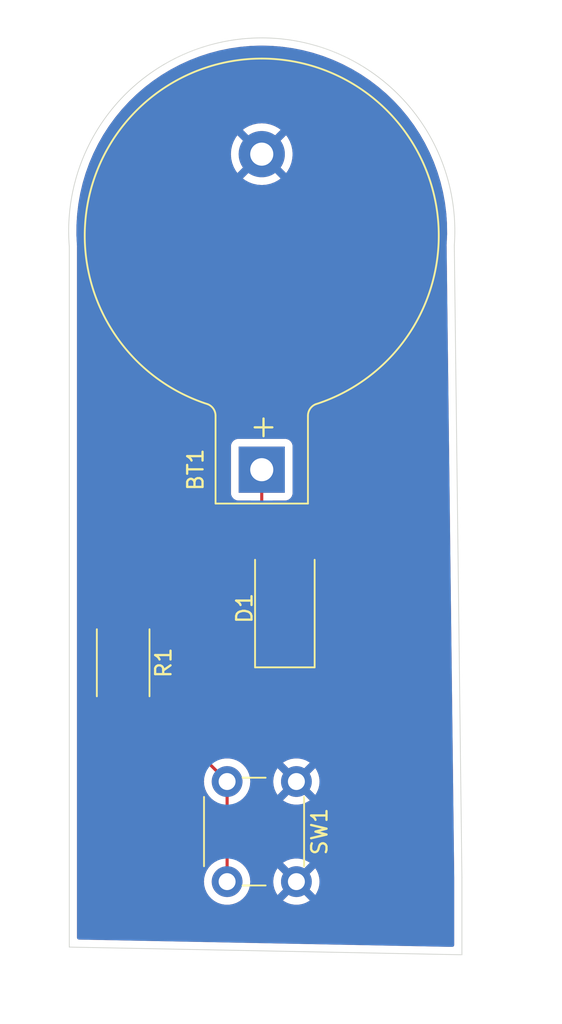
<source format=kicad_pcb>
(kicad_pcb (version 20240108) (generator "pcbnew") (generator_version "8.0")
  (layers (0 "F.Cu" signal) (31 "B.Cu" signal) (34 "B.Paste" user) (35 "F.Paste" user) (36 "B.SilkS" user "B.Silkscreen") (37 "F.SilkS" user "F.Silkscreen") (38 "B.Mask" user) (39 "F.Mask" user) (44 "Edge.Cuts" user))
  (net 0 "")
  (net 1 "Net-(BT1-+)")
  (net 2 "Net-(D1-K)")
  (net 3 "GND")
  (net 4 "Net-(SW1-B)")
  (footprint "Battery:BatteryHolder_Keystone_103_1x20mm" (layer "F.Cu") (at 167 64.5 90)
    (property "Reference" "BT1" (at 0 -4.3 90) (layer "F.SilkS"))
    (property "Value" "Battery_Cell")
    (fp_line (start -2.2 -3) (end 3.5 -3) (stroke (width 0.12)) (layer "F.SilkS"))
    (fp_line (start -2.2 3) (end -2.2 -3) (stroke (width 0.12)) (layer "F.SilkS"))
    (fp_line (start -2.2 3) (end 3.5 3) (stroke (width 0.12)) (layer "F.SilkS"))
    (fp_arc (start 4.25 -3.5) (mid 3.950694 -3.136459) (end 3.5 -3) (stroke (width 0.12)) (layer "F.SilkS"))
    (fp_arc (start 4.25 -3.5) (mid 16.971103 -11.358466) (end 26.695671 0) (stroke (width 0.12)) (layer "F.SilkS"))
    (fp_arc (start 26.695671 0) (mid 16.971103 11.358466) (end 4.25 3.5) (stroke (width 0.12)) (layer "F.SilkS"))
    (fp_arc (start 3.5 3) (mid 3.950694 3.136459) (end 4.25 3.5) (stroke (width 0.12)) (layer "F.SilkS"))
    (fp_text user "+" (at 2.75 0 90) (layer "F.SilkS") (effects (font (size 1.5 1.5))))
    (pad "1" thru_hole rect (at 0 0 90) (size 3 3) (drill 1.5) (layers "*.Cu" "*.Mask") (net 1 "Net-(BT1-+)"))
    (pad "2" thru_hole circle (at 20.49 0 90) (size 3 3) (drill 1.5) (layers "*.Cu" "*.Mask") (net 3 "GND"))
  )
  (footprint "Resistor_SMD:R_2512_6332Metric" (layer "F.Cu") (at 158 77.0375 -90)
    (property "Reference" "R1" (at 0 -2.62 90) (layer "F.SilkS"))
    (property "Value" "R_US")
    (fp_line (start -2.177064 1.71) (end 2.177064 1.71) (stroke (width 0.12)) (layer "F.SilkS"))
    (fp_line (start -2.177064 -1.71) (end 2.177064 -1.71) (stroke (width 0.12)) (layer "F.SilkS"))
    (pad "1" smd roundrect (at -2.9625 0 270) (size 1.225 3.35) (layers "F.Cu" "F.Paste" "F.Mask") (roundrect_rratio 0.204082) (net 2 "Net-(D1-K)"))
    (pad "2" smd roundrect (at 2.9625 0 270) (size 1.225 3.35) (layers "F.Cu" "F.Paste" "F.Mask") (roundrect_rratio 0.204082) (net 4 "Net-(SW1-B)"))
  )
  (footprint "LED_SMD:LED_2512_6332Metric" (layer "F.Cu") (at 168.5 73.5 90)
    (property "Reference" "D1" (at 0 -2.62 90) (layer "F.SilkS"))
    (property "Value" "LED")
    (fp_line (start 3.15 -1.935) (end -3.835 -1.935) (stroke (width 0.12)) (layer "F.SilkS"))
    (fp_line (start -3.835 -1.935) (end -3.835 1.935) (stroke (width 0.12)) (layer "F.SilkS"))
    (fp_line (start -3.835 1.935) (end 3.15 1.935) (stroke (width 0.12)) (layer "F.SilkS"))
    (pad "1" smd roundrect (at -2.9 0 90) (size 1.35 3.35) (layers "F.Cu" "F.Paste" "F.Mask") (roundrect_rratio 0.185185) (net 2 "Net-(D1-K)"))
    (pad "2" smd roundrect (at 2.9 0 90) (size 1.35 3.35) (layers "F.Cu" "F.Paste" "F.Mask") (roundrect_rratio 0.185185) (net 1 "Net-(BT1-+)"))
  )
  (footprint "Button_Switch_THT:SW_PUSH_6mm" (layer "F.Cu") (at 168.75 84.75 -90)
    (property "Reference" "SW1" (at 3.25 -2 90) (layer "F.SilkS"))
    (property "Value" "SW_SPST")
    (fp_line (start 1 5.5) (end 5.5 5.5) (stroke (width 0.12)) (layer "F.SilkS"))
    (fp_line (start 6.75 3) (end 6.75 1.5) (stroke (width 0.12)) (layer "F.SilkS"))
    (fp_line (start -0.25 1.5) (end -0.25 3) (stroke (width 0.12)) (layer "F.SilkS"))
    (fp_line (start 5.5 -1) (end 1 -1) (stroke (width 0.12)) (layer "F.SilkS"))
    (pad "1" thru_hole circle (at 0 -0.5) (size 2 2) (drill 1.1) (layers "*.Cu" "*.Mask") (net 3 "GND"))
    (pad "1" thru_hole circle (at 6.5 -0.5) (size 2 2) (drill 1.1) (layers "*.Cu" "*.Mask") (net 3 "GND"))
    (pad "2" thru_hole circle (at 0 4) (size 2 2) (drill 1.1) (layers "*.Cu" "*.Mask") (net 4 "Net-(SW1-B)"))
    (pad "2" thru_hole circle (at 6.5 4) (size 2 2) (drill 1.1) (layers "*.Cu" "*.Mask") (net 4 "Net-(SW1-B)"))
  )
  (gr_arc (start 154.5 50) (mid 166.963064 36.460118) (end 179.505674 49.926346) (stroke (width 0.05)) (layer "Edge.Cuts"))
  (gr_line (start 179.505674 49.926346) (end 180 91) (stroke (width 0.05)) (layer "Edge.Cuts"))
  (gr_line (start 154.5 95.5) (end 180 96) (stroke (width 0.05)) (layer "Edge.Cuts"))
  (gr_line (start 180 91) (end 180 96) (stroke (width 0.05)) (layer "Edge.Cuts"))
  (gr_line (start 154.5 67) (end 154.5 95.5) (stroke (width 0.05)) (layer "Edge.Cuts"))
  (gr_line (start 154.5 50) (end 154.5 67) (stroke (width 0.05)) (layer "Edge.Cuts"))
  (segment (start 167 64.5) (end 167 69.1) (width 0.2) (layer "F.Cu") (net 1))
  (segment (start 167 69.1) (end 168.5 70.6) (width 0.2) (layer "F.Cu") (net 1))
  (segment (start 160.325 76.4) (end 158 74.075) (width 0.2) (layer "F.Cu") (net 2))
  (segment (start 168.5 76.4) (end 160.325 76.4) (width 0.2) (layer "F.Cu") (net 2))
  (segment (start 164.75 84.75) (end 164.75 91.25) (width 0.2) (layer "F.Cu") (net 4))
  (segment (start 160 80) (end 164.75 84.75) (width 0.2) (layer "F.Cu") (net 4))
  (segment (start 158 80) (end 160 80) (width 0.2) (layer "F.Cu") (net 4))
  (zone (net 3) (net_name "GND") (layers "F&B.Cu") (connect_pads (clearance 0.5)) (min_thickness 0.25) (fill yes (thermal_gap 0.5) (thermal_bridge_width 0.5))
    (polygon (pts (xy 150.5 100.5) (xy 150 34) (xy 186 34.5) (xy 186.5 100)))
  )
)
</source>
